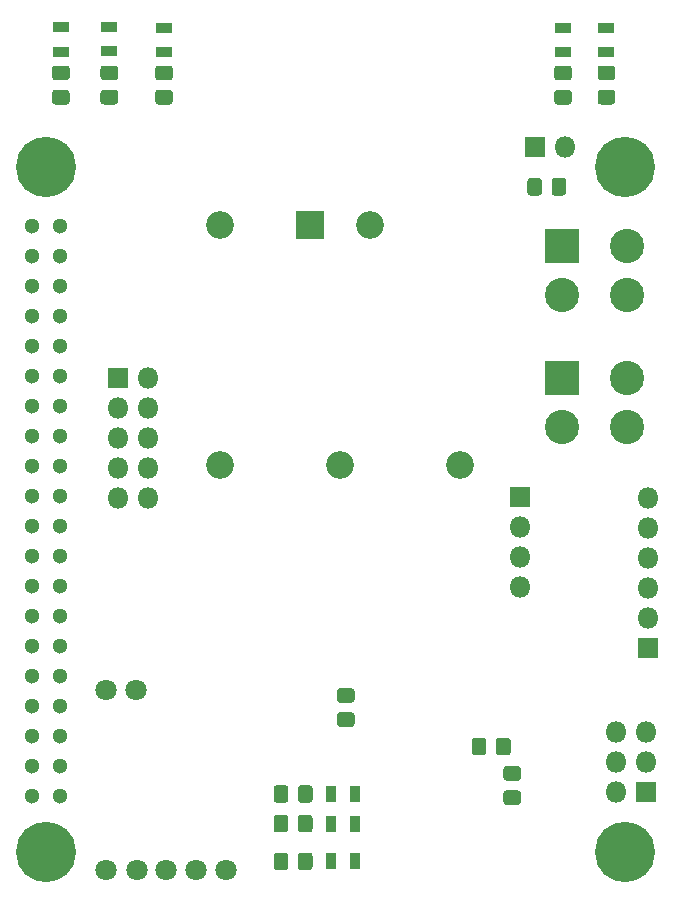
<source format=gbr>
%TF.GenerationSoftware,KiCad,Pcbnew,(5.1.6)-1*%
%TF.CreationDate,2021-04-27T14:55:35-04:00*%
%TF.ProjectId,Logic,4c6f6769-632e-46b6-9963-61645f706362,rev?*%
%TF.SameCoordinates,Original*%
%TF.FileFunction,Soldermask,Bot*%
%TF.FilePolarity,Negative*%
%FSLAX46Y46*%
G04 Gerber Fmt 4.6, Leading zero omitted, Abs format (unit mm)*
G04 Created by KiCad (PCBNEW (5.1.6)-1) date 2021-04-27 14:55:35*
%MOMM*%
%LPD*%
G01*
G04 APERTURE LIST*
%ADD10C,1.300000*%
%ADD11C,5.100000*%
%ADD12R,2.350000X2.350000*%
%ADD13C,2.350000*%
%ADD14R,1.344600X0.963600*%
%ADD15C,2.900000*%
%ADD16R,2.900000X2.900000*%
%ADD17R,1.800000X1.800000*%
%ADD18O,1.800000X1.800000*%
%ADD19R,0.963600X1.344600*%
%ADD20C,1.800000*%
G04 APERTURE END LIST*
D10*
%TO.C,U6*%
X173573800Y-96408800D03*
X173573800Y-86248800D03*
X175935800Y-81168800D03*
X175935800Y-106568800D03*
X175935800Y-104028800D03*
X173573800Y-91328800D03*
X173573800Y-93868800D03*
X175935800Y-86248800D03*
X173573800Y-83708800D03*
X175935800Y-83708800D03*
X173573800Y-81168800D03*
X173573800Y-106568800D03*
X175935800Y-93868800D03*
X175935800Y-101488800D03*
X173573800Y-78628800D03*
X175935800Y-91328800D03*
X173573800Y-104028800D03*
X173573800Y-98948800D03*
X175935800Y-98948800D03*
X173573800Y-88788800D03*
X175935800Y-96408800D03*
X173573800Y-101488800D03*
X175935800Y-88788800D03*
X175935800Y-71008800D03*
D11*
X223795800Y-53320800D03*
D10*
X173573800Y-58308800D03*
X173573800Y-60848800D03*
X175935800Y-58308800D03*
X175935800Y-73548800D03*
X175935800Y-68468800D03*
X173573800Y-73548800D03*
D11*
X223795800Y-111320800D03*
D10*
X175935800Y-78628800D03*
D11*
X174795800Y-111320800D03*
D10*
X173573800Y-63388800D03*
X175935800Y-65928800D03*
X173573800Y-68468800D03*
X173573800Y-65928800D03*
D11*
X174795800Y-53320800D03*
D10*
X173573800Y-71008800D03*
X175935800Y-60848800D03*
X175935800Y-63388800D03*
X175935800Y-76088800D03*
X173573800Y-76088800D03*
%TD*%
D12*
%TO.C,U4*%
X197104000Y-58166000D03*
D13*
X202184000Y-58166000D03*
X209804000Y-78486000D03*
X189484000Y-78486000D03*
X189484000Y-58166000D03*
X199644000Y-78486000D03*
%TD*%
%TO.C,C4*%
G36*
G01*
X214727262Y-105264000D02*
X213770738Y-105264000D01*
G75*
G02*
X213499000Y-104992262I0J271738D01*
G01*
X213499000Y-104285738D01*
G75*
G02*
X213770738Y-104014000I271738J0D01*
G01*
X214727262Y-104014000D01*
G75*
G02*
X214999000Y-104285738I0J-271738D01*
G01*
X214999000Y-104992262D01*
G75*
G02*
X214727262Y-105264000I-271738J0D01*
G01*
G37*
G36*
G01*
X214727262Y-107314000D02*
X213770738Y-107314000D01*
G75*
G02*
X213499000Y-107042262I0J271738D01*
G01*
X213499000Y-106335738D01*
G75*
G02*
X213770738Y-106064000I271738J0D01*
G01*
X214727262Y-106064000D01*
G75*
G02*
X214999000Y-106335738I0J-271738D01*
G01*
X214999000Y-107042262D01*
G75*
G02*
X214727262Y-107314000I-271738J0D01*
G01*
G37*
%TD*%
%TO.C,C1*%
G36*
G01*
X200630262Y-100710000D02*
X199673738Y-100710000D01*
G75*
G02*
X199402000Y-100438262I0J271738D01*
G01*
X199402000Y-99731738D01*
G75*
G02*
X199673738Y-99460000I271738J0D01*
G01*
X200630262Y-99460000D01*
G75*
G02*
X200902000Y-99731738I0J-271738D01*
G01*
X200902000Y-100438262D01*
G75*
G02*
X200630262Y-100710000I-271738J0D01*
G01*
G37*
G36*
G01*
X200630262Y-98660000D02*
X199673738Y-98660000D01*
G75*
G02*
X199402000Y-98388262I0J271738D01*
G01*
X199402000Y-97681738D01*
G75*
G02*
X199673738Y-97410000I271738J0D01*
G01*
X200630262Y-97410000D01*
G75*
G02*
X200902000Y-97681738I0J-271738D01*
G01*
X200902000Y-98388262D01*
G75*
G02*
X200630262Y-98660000I-271738J0D01*
G01*
G37*
%TD*%
D14*
%TO.C,D2*%
X180136800Y-43497500D03*
X180136800Y-41440100D03*
%TD*%
%TO.C,D3*%
X176034700Y-41465500D03*
X176034700Y-43522900D03*
%TD*%
%TO.C,D7*%
X218567000Y-41523920D03*
X218567000Y-43581320D03*
%TD*%
%TO.C,D8*%
X222224600Y-43581320D03*
X222224600Y-41523920D03*
%TD*%
%TO.C,D1*%
X184764680Y-41523920D03*
X184764680Y-43581320D03*
%TD*%
D15*
%TO.C,J1*%
X223940000Y-64144000D03*
X223940000Y-59944000D03*
X218440000Y-64144000D03*
D16*
X218440000Y-59944000D03*
%TD*%
%TO.C,J4*%
X218440000Y-71120000D03*
D15*
X218440000Y-75320000D03*
X223940000Y-71120000D03*
X223940000Y-75320000D03*
%TD*%
D17*
%TO.C,J5*%
X225755200Y-94030800D03*
D18*
X225755200Y-91490800D03*
X225755200Y-88950800D03*
X225755200Y-86410800D03*
X225755200Y-83870800D03*
X225755200Y-81330800D03*
%TD*%
%TO.C,L1*%
G36*
G01*
X210821000Y-102840262D02*
X210821000Y-101883738D01*
G75*
G02*
X211092738Y-101612000I271738J0D01*
G01*
X211799262Y-101612000D01*
G75*
G02*
X212071000Y-101883738I0J-271738D01*
G01*
X212071000Y-102840262D01*
G75*
G02*
X211799262Y-103112000I-271738J0D01*
G01*
X211092738Y-103112000D01*
G75*
G02*
X210821000Y-102840262I0J271738D01*
G01*
G37*
G36*
G01*
X212871000Y-102840262D02*
X212871000Y-101883738D01*
G75*
G02*
X213142738Y-101612000I271738J0D01*
G01*
X213849262Y-101612000D01*
G75*
G02*
X214121000Y-101883738I0J-271738D01*
G01*
X214121000Y-102840262D01*
G75*
G02*
X213849262Y-103112000I-271738J0D01*
G01*
X213142738Y-103112000D01*
G75*
G02*
X212871000Y-102840262I0J271738D01*
G01*
G37*
%TD*%
%TO.C,R5*%
G36*
G01*
X180615062Y-45955000D02*
X179658538Y-45955000D01*
G75*
G02*
X179386800Y-45683262I0J271738D01*
G01*
X179386800Y-44976738D01*
G75*
G02*
X179658538Y-44705000I271738J0D01*
G01*
X180615062Y-44705000D01*
G75*
G02*
X180886800Y-44976738I0J-271738D01*
G01*
X180886800Y-45683262D01*
G75*
G02*
X180615062Y-45955000I-271738J0D01*
G01*
G37*
G36*
G01*
X180615062Y-48005000D02*
X179658538Y-48005000D01*
G75*
G02*
X179386800Y-47733262I0J271738D01*
G01*
X179386800Y-47026738D01*
G75*
G02*
X179658538Y-46755000I271738J0D01*
G01*
X180615062Y-46755000D01*
G75*
G02*
X180886800Y-47026738I0J-271738D01*
G01*
X180886800Y-47733262D01*
G75*
G02*
X180615062Y-48005000I-271738J0D01*
G01*
G37*
%TD*%
%TO.C,R6*%
G36*
G01*
X176512962Y-48005000D02*
X175556438Y-48005000D01*
G75*
G02*
X175284700Y-47733262I0J271738D01*
G01*
X175284700Y-47026738D01*
G75*
G02*
X175556438Y-46755000I271738J0D01*
G01*
X176512962Y-46755000D01*
G75*
G02*
X176784700Y-47026738I0J-271738D01*
G01*
X176784700Y-47733262D01*
G75*
G02*
X176512962Y-48005000I-271738J0D01*
G01*
G37*
G36*
G01*
X176512962Y-45955000D02*
X175556438Y-45955000D01*
G75*
G02*
X175284700Y-45683262I0J271738D01*
G01*
X175284700Y-44976738D01*
G75*
G02*
X175556438Y-44705000I271738J0D01*
G01*
X176512962Y-44705000D01*
G75*
G02*
X176784700Y-44976738I0J-271738D01*
G01*
X176784700Y-45683262D01*
G75*
G02*
X176512962Y-45955000I-271738J0D01*
G01*
G37*
%TD*%
%TO.C,R13*%
G36*
G01*
X219035102Y-48005000D02*
X218078578Y-48005000D01*
G75*
G02*
X217806840Y-47733262I0J271738D01*
G01*
X217806840Y-47026738D01*
G75*
G02*
X218078578Y-46755000I271738J0D01*
G01*
X219035102Y-46755000D01*
G75*
G02*
X219306840Y-47026738I0J-271738D01*
G01*
X219306840Y-47733262D01*
G75*
G02*
X219035102Y-48005000I-271738J0D01*
G01*
G37*
G36*
G01*
X219035102Y-45955000D02*
X218078578Y-45955000D01*
G75*
G02*
X217806840Y-45683262I0J271738D01*
G01*
X217806840Y-44976738D01*
G75*
G02*
X218078578Y-44705000I271738J0D01*
G01*
X219035102Y-44705000D01*
G75*
G02*
X219306840Y-44976738I0J-271738D01*
G01*
X219306840Y-45683262D01*
G75*
G02*
X219035102Y-45955000I-271738J0D01*
G01*
G37*
%TD*%
%TO.C,R15*%
G36*
G01*
X222702862Y-45955000D02*
X221746338Y-45955000D01*
G75*
G02*
X221474600Y-45683262I0J271738D01*
G01*
X221474600Y-44976738D01*
G75*
G02*
X221746338Y-44705000I271738J0D01*
G01*
X222702862Y-44705000D01*
G75*
G02*
X222974600Y-44976738I0J-271738D01*
G01*
X222974600Y-45683262D01*
G75*
G02*
X222702862Y-45955000I-271738J0D01*
G01*
G37*
G36*
G01*
X222702862Y-48005000D02*
X221746338Y-48005000D01*
G75*
G02*
X221474600Y-47733262I0J271738D01*
G01*
X221474600Y-47026738D01*
G75*
G02*
X221746338Y-46755000I271738J0D01*
G01*
X222702862Y-46755000D01*
G75*
G02*
X222974600Y-47026738I0J-271738D01*
G01*
X222974600Y-47733262D01*
G75*
G02*
X222702862Y-48005000I-271738J0D01*
G01*
G37*
%TD*%
%TO.C,R16*%
G36*
G01*
X185242942Y-45955000D02*
X184286418Y-45955000D01*
G75*
G02*
X184014680Y-45683262I0J271738D01*
G01*
X184014680Y-44976738D01*
G75*
G02*
X184286418Y-44705000I271738J0D01*
G01*
X185242942Y-44705000D01*
G75*
G02*
X185514680Y-44976738I0J-271738D01*
G01*
X185514680Y-45683262D01*
G75*
G02*
X185242942Y-45955000I-271738J0D01*
G01*
G37*
G36*
G01*
X185242942Y-48005000D02*
X184286418Y-48005000D01*
G75*
G02*
X184014680Y-47733262I0J271738D01*
G01*
X184014680Y-47026738D01*
G75*
G02*
X184286418Y-46755000I271738J0D01*
G01*
X185242942Y-46755000D01*
G75*
G02*
X185514680Y-47026738I0J-271738D01*
G01*
X185514680Y-47733262D01*
G75*
G02*
X185242942Y-48005000I-271738J0D01*
G01*
G37*
%TD*%
D17*
%TO.C,J2*%
X214884000Y-81229200D03*
D18*
X214884000Y-83769200D03*
X214884000Y-86309200D03*
X214884000Y-88849200D03*
%TD*%
%TO.C,R8*%
G36*
G01*
X194048000Y-106853462D02*
X194048000Y-105896938D01*
G75*
G02*
X194319738Y-105625200I271738J0D01*
G01*
X195026262Y-105625200D01*
G75*
G02*
X195298000Y-105896938I0J-271738D01*
G01*
X195298000Y-106853462D01*
G75*
G02*
X195026262Y-107125200I-271738J0D01*
G01*
X194319738Y-107125200D01*
G75*
G02*
X194048000Y-106853462I0J271738D01*
G01*
G37*
G36*
G01*
X196098000Y-106853462D02*
X196098000Y-105896938D01*
G75*
G02*
X196369738Y-105625200I271738J0D01*
G01*
X197076262Y-105625200D01*
G75*
G02*
X197348000Y-105896938I0J-271738D01*
G01*
X197348000Y-106853462D01*
G75*
G02*
X197076262Y-107125200I-271738J0D01*
G01*
X196369738Y-107125200D01*
G75*
G02*
X196098000Y-106853462I0J271738D01*
G01*
G37*
%TD*%
%TO.C,R9*%
G36*
G01*
X194048000Y-109368062D02*
X194048000Y-108411538D01*
G75*
G02*
X194319738Y-108139800I271738J0D01*
G01*
X195026262Y-108139800D01*
G75*
G02*
X195298000Y-108411538I0J-271738D01*
G01*
X195298000Y-109368062D01*
G75*
G02*
X195026262Y-109639800I-271738J0D01*
G01*
X194319738Y-109639800D01*
G75*
G02*
X194048000Y-109368062I0J271738D01*
G01*
G37*
G36*
G01*
X196098000Y-109368062D02*
X196098000Y-108411538D01*
G75*
G02*
X196369738Y-108139800I271738J0D01*
G01*
X197076262Y-108139800D01*
G75*
G02*
X197348000Y-108411538I0J-271738D01*
G01*
X197348000Y-109368062D01*
G75*
G02*
X197076262Y-109639800I-271738J0D01*
G01*
X196369738Y-109639800D01*
G75*
G02*
X196098000Y-109368062I0J271738D01*
G01*
G37*
%TD*%
%TO.C,R11*%
G36*
G01*
X196098000Y-112568462D02*
X196098000Y-111611938D01*
G75*
G02*
X196369738Y-111340200I271738J0D01*
G01*
X197076262Y-111340200D01*
G75*
G02*
X197348000Y-111611938I0J-271738D01*
G01*
X197348000Y-112568462D01*
G75*
G02*
X197076262Y-112840200I-271738J0D01*
G01*
X196369738Y-112840200D01*
G75*
G02*
X196098000Y-112568462I0J271738D01*
G01*
G37*
G36*
G01*
X194048000Y-112568462D02*
X194048000Y-111611938D01*
G75*
G02*
X194319738Y-111340200I271738J0D01*
G01*
X195026262Y-111340200D01*
G75*
G02*
X195298000Y-111611938I0J-271738D01*
G01*
X195298000Y-112568462D01*
G75*
G02*
X195026262Y-112840200I-271738J0D01*
G01*
X194319738Y-112840200D01*
G75*
G02*
X194048000Y-112568462I0J271738D01*
G01*
G37*
%TD*%
D19*
%TO.C,D4*%
X200977500Y-106375200D03*
X198920100Y-106375200D03*
%TD*%
%TO.C,D5*%
X200977500Y-108889800D03*
X198920100Y-108889800D03*
%TD*%
%TO.C,D6*%
X198920100Y-112090200D03*
X200977500Y-112090200D03*
%TD*%
D20*
%TO.C,U10*%
X182473600Y-112776000D03*
X184912000Y-112776000D03*
X187452000Y-112776000D03*
X189992000Y-112776000D03*
X179832000Y-112776000D03*
X179832000Y-97536000D03*
X182372000Y-97536000D03*
%TD*%
D17*
%TO.C,J3*%
X180848000Y-71120000D03*
D18*
X183388000Y-71120000D03*
X180848000Y-73660000D03*
X183388000Y-73660000D03*
X180848000Y-76200000D03*
X183388000Y-76200000D03*
X180848000Y-78740000D03*
X183388000Y-78740000D03*
X180848000Y-81280000D03*
X183388000Y-81280000D03*
%TD*%
D17*
%TO.C,J6*%
X216154000Y-51562000D03*
D18*
X218694000Y-51562000D03*
%TD*%
%TO.C,R7*%
G36*
G01*
X215529000Y-55443862D02*
X215529000Y-54487338D01*
G75*
G02*
X215800738Y-54215600I271738J0D01*
G01*
X216507262Y-54215600D01*
G75*
G02*
X216779000Y-54487338I0J-271738D01*
G01*
X216779000Y-55443862D01*
G75*
G02*
X216507262Y-55715600I-271738J0D01*
G01*
X215800738Y-55715600D01*
G75*
G02*
X215529000Y-55443862I0J271738D01*
G01*
G37*
G36*
G01*
X217579000Y-55443862D02*
X217579000Y-54487338D01*
G75*
G02*
X217850738Y-54215600I271738J0D01*
G01*
X218557262Y-54215600D01*
G75*
G02*
X218829000Y-54487338I0J-271738D01*
G01*
X218829000Y-55443862D01*
G75*
G02*
X218557262Y-55715600I-271738J0D01*
G01*
X217850738Y-55715600D01*
G75*
G02*
X217579000Y-55443862I0J271738D01*
G01*
G37*
%TD*%
D17*
%TO.C,U11*%
X225552000Y-106172000D03*
D18*
X223012000Y-106172000D03*
X225552000Y-103632000D03*
X223012000Y-103632000D03*
X225552000Y-101092000D03*
X223012000Y-101092000D03*
%TD*%
M02*

</source>
